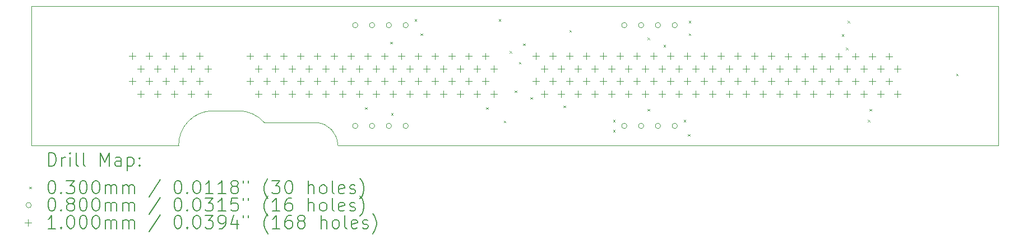
<source format=gbr>
%TF.GenerationSoftware,KiCad,Pcbnew,8.0.9*%
%TF.CreationDate,2025-05-08T22:04:55-05:00*%
%TF.ProjectId,SPD_Demon,5350445f-4465-46d6-9f6e-2e6b69636164,rev?*%
%TF.SameCoordinates,Original*%
%TF.FileFunction,Drillmap*%
%TF.FilePolarity,Positive*%
%FSLAX45Y45*%
G04 Gerber Fmt 4.5, Leading zero omitted, Abs format (unit mm)*
G04 Created by KiCad (PCBNEW 8.0.9) date 2025-05-08 22:04:55*
%MOMM*%
%LPD*%
G01*
G04 APERTURE LIST*
%ADD10C,0.050000*%
%ADD11C,0.200000*%
%ADD12C,0.100000*%
G04 APERTURE END LIST*
D10*
X4762500Y-4546600D02*
G75*
G02*
X5283200Y-4025900I520700J0D01*
G01*
X6847349Y-4203700D02*
G75*
G02*
X7165789Y-4546600I-25399J-342900D01*
G01*
X5283200Y-4025900D02*
X5664200Y-4025900D01*
X4762500Y-4546600D02*
X2540000Y-4546600D01*
X17145000Y-2438400D02*
X17145000Y-4546600D01*
X2540000Y-4546600D02*
X2540000Y-2438400D01*
X6056850Y-4203700D02*
X6847349Y-4203700D01*
X17145000Y-4546600D02*
X7165788Y-4546600D01*
X17145000Y-2438400D02*
X2540000Y-2438400D01*
X5664200Y-4025299D02*
G75*
G02*
X6056850Y-4203700I0J-521301D01*
G01*
D11*
D12*
X7579600Y-3972800D02*
X7609600Y-4002800D01*
X7609600Y-3972800D02*
X7579600Y-4002800D01*
X7960600Y-2982200D02*
X7990600Y-3012200D01*
X7990600Y-2982200D02*
X7960600Y-3012200D01*
X7973300Y-4061700D02*
X8003300Y-4091700D01*
X8003300Y-4061700D02*
X7973300Y-4091700D01*
X8328900Y-2639300D02*
X8358900Y-2669300D01*
X8358900Y-2639300D02*
X8328900Y-2669300D01*
X8417800Y-2855200D02*
X8447800Y-2885200D01*
X8447800Y-2855200D02*
X8417800Y-2885200D01*
X9408400Y-3972800D02*
X9438400Y-4002800D01*
X9438400Y-3972800D02*
X9408400Y-4002800D01*
X9598900Y-2639300D02*
X9628900Y-2669300D01*
X9628900Y-2639300D02*
X9598900Y-2669300D01*
X9675100Y-4176000D02*
X9705100Y-4206000D01*
X9705100Y-4176000D02*
X9675100Y-4206000D01*
X9764000Y-3121900D02*
X9794000Y-3151900D01*
X9794000Y-3121900D02*
X9764000Y-3151900D01*
X9840200Y-3718800D02*
X9870200Y-3748800D01*
X9870200Y-3718800D02*
X9840200Y-3748800D01*
X9903700Y-3287000D02*
X9933700Y-3317000D01*
X9933700Y-3287000D02*
X9903700Y-3317000D01*
X9967200Y-3007600D02*
X9997200Y-3037600D01*
X9997200Y-3007600D02*
X9967200Y-3037600D01*
X10078000Y-3820400D02*
X10108000Y-3850400D01*
X10108000Y-3820400D02*
X10078000Y-3850400D01*
X10576800Y-3947400D02*
X10606800Y-3977400D01*
X10606800Y-3947400D02*
X10576800Y-3977400D01*
X10665700Y-2804400D02*
X10695700Y-2834400D01*
X10695700Y-2804400D02*
X10665700Y-2834400D01*
X11326100Y-4163300D02*
X11356100Y-4193300D01*
X11356100Y-4163300D02*
X11326100Y-4193300D01*
X11326100Y-4315700D02*
X11356100Y-4345700D01*
X11356100Y-4315700D02*
X11326100Y-4345700D01*
X11846800Y-2918700D02*
X11876800Y-2948700D01*
X11876800Y-2918700D02*
X11846800Y-2948700D01*
X11846800Y-3998200D02*
X11876800Y-4028200D01*
X11876800Y-3998200D02*
X11846800Y-4028200D01*
X12088100Y-3030460D02*
X12118100Y-3060460D01*
X12118100Y-3030460D02*
X12088100Y-3060460D01*
X12392900Y-4163300D02*
X12422900Y-4193300D01*
X12422900Y-4163300D02*
X12392900Y-4193300D01*
X12456400Y-4379200D02*
X12486400Y-4409200D01*
X12486400Y-4379200D02*
X12456400Y-4409200D01*
X12469100Y-2664700D02*
X12499100Y-2694700D01*
X12499100Y-2664700D02*
X12469100Y-2694700D01*
X12469100Y-2855200D02*
X12499100Y-2885200D01*
X12499100Y-2855200D02*
X12469100Y-2885200D01*
X14780500Y-2867900D02*
X14810500Y-2897900D01*
X14810500Y-2867900D02*
X14780500Y-2897900D01*
X14844000Y-3071100D02*
X14874000Y-3101100D01*
X14874000Y-3071100D02*
X14844000Y-3101100D01*
X14869400Y-2664700D02*
X14899400Y-2694700D01*
X14899400Y-2664700D02*
X14869400Y-2694700D01*
X15174200Y-4163300D02*
X15204200Y-4193300D01*
X15204200Y-4163300D02*
X15174200Y-4193300D01*
X15199600Y-3998200D02*
X15229600Y-4028200D01*
X15229600Y-3998200D02*
X15199600Y-4028200D01*
X16507700Y-3464800D02*
X16537700Y-3494800D01*
X16537700Y-3464800D02*
X16507700Y-3494800D01*
X7469500Y-2730500D02*
G75*
G02*
X7389500Y-2730500I-40000J0D01*
G01*
X7389500Y-2730500D02*
G75*
G02*
X7469500Y-2730500I40000J0D01*
G01*
X7469500Y-4254500D02*
G75*
G02*
X7389500Y-4254500I-40000J0D01*
G01*
X7389500Y-4254500D02*
G75*
G02*
X7469500Y-4254500I40000J0D01*
G01*
X7723500Y-2730500D02*
G75*
G02*
X7643500Y-2730500I-40000J0D01*
G01*
X7643500Y-2730500D02*
G75*
G02*
X7723500Y-2730500I40000J0D01*
G01*
X7723500Y-4254500D02*
G75*
G02*
X7643500Y-4254500I-40000J0D01*
G01*
X7643500Y-4254500D02*
G75*
G02*
X7723500Y-4254500I40000J0D01*
G01*
X7977500Y-2730500D02*
G75*
G02*
X7897500Y-2730500I-40000J0D01*
G01*
X7897500Y-2730500D02*
G75*
G02*
X7977500Y-2730500I40000J0D01*
G01*
X7977500Y-4254500D02*
G75*
G02*
X7897500Y-4254500I-40000J0D01*
G01*
X7897500Y-4254500D02*
G75*
G02*
X7977500Y-4254500I40000J0D01*
G01*
X8231500Y-2730500D02*
G75*
G02*
X8151500Y-2730500I-40000J0D01*
G01*
X8151500Y-2730500D02*
G75*
G02*
X8231500Y-2730500I40000J0D01*
G01*
X8231500Y-4254500D02*
G75*
G02*
X8151500Y-4254500I-40000J0D01*
G01*
X8151500Y-4254500D02*
G75*
G02*
X8231500Y-4254500I40000J0D01*
G01*
X11533500Y-2730500D02*
G75*
G02*
X11453500Y-2730500I-40000J0D01*
G01*
X11453500Y-2730500D02*
G75*
G02*
X11533500Y-2730500I40000J0D01*
G01*
X11533500Y-4254500D02*
G75*
G02*
X11453500Y-4254500I-40000J0D01*
G01*
X11453500Y-4254500D02*
G75*
G02*
X11533500Y-4254500I40000J0D01*
G01*
X11787500Y-2730500D02*
G75*
G02*
X11707500Y-2730500I-40000J0D01*
G01*
X11707500Y-2730500D02*
G75*
G02*
X11787500Y-2730500I40000J0D01*
G01*
X11787500Y-4254500D02*
G75*
G02*
X11707500Y-4254500I-40000J0D01*
G01*
X11707500Y-4254500D02*
G75*
G02*
X11787500Y-4254500I40000J0D01*
G01*
X12041500Y-2730500D02*
G75*
G02*
X11961500Y-2730500I-40000J0D01*
G01*
X11961500Y-2730500D02*
G75*
G02*
X12041500Y-2730500I40000J0D01*
G01*
X12041500Y-4254500D02*
G75*
G02*
X11961500Y-4254500I-40000J0D01*
G01*
X11961500Y-4254500D02*
G75*
G02*
X12041500Y-4254500I40000J0D01*
G01*
X12295500Y-2730500D02*
G75*
G02*
X12215500Y-2730500I-40000J0D01*
G01*
X12215500Y-2730500D02*
G75*
G02*
X12295500Y-2730500I40000J0D01*
G01*
X12295500Y-4254500D02*
G75*
G02*
X12215500Y-4254500I-40000J0D01*
G01*
X12215500Y-4254500D02*
G75*
G02*
X12295500Y-4254500I40000J0D01*
G01*
X4064000Y-3149000D02*
X4064000Y-3249000D01*
X4014000Y-3199000D02*
X4114000Y-3199000D01*
X4064000Y-3530000D02*
X4064000Y-3630000D01*
X4014000Y-3580000D02*
X4114000Y-3580000D01*
X4191000Y-3339500D02*
X4191000Y-3439500D01*
X4141000Y-3389500D02*
X4241000Y-3389500D01*
X4191000Y-3719000D02*
X4191000Y-3819000D01*
X4141000Y-3769000D02*
X4241000Y-3769000D01*
X4318000Y-3149000D02*
X4318000Y-3249000D01*
X4268000Y-3199000D02*
X4368000Y-3199000D01*
X4318000Y-3529000D02*
X4318000Y-3629000D01*
X4268000Y-3579000D02*
X4368000Y-3579000D01*
X4445000Y-3339000D02*
X4445000Y-3439000D01*
X4395000Y-3389000D02*
X4495000Y-3389000D01*
X4445000Y-3719000D02*
X4445000Y-3819000D01*
X4395000Y-3769000D02*
X4495000Y-3769000D01*
X4572000Y-3149000D02*
X4572000Y-3249000D01*
X4522000Y-3199000D02*
X4622000Y-3199000D01*
X4572000Y-3529000D02*
X4572000Y-3629000D01*
X4522000Y-3579000D02*
X4622000Y-3579000D01*
X4699000Y-3339000D02*
X4699000Y-3439000D01*
X4649000Y-3389000D02*
X4749000Y-3389000D01*
X4699000Y-3719000D02*
X4699000Y-3819000D01*
X4649000Y-3769000D02*
X4749000Y-3769000D01*
X4826000Y-3149000D02*
X4826000Y-3249000D01*
X4776000Y-3199000D02*
X4876000Y-3199000D01*
X4826000Y-3529000D02*
X4826000Y-3629000D01*
X4776000Y-3579000D02*
X4876000Y-3579000D01*
X4953000Y-3339000D02*
X4953000Y-3439000D01*
X4903000Y-3389000D02*
X5003000Y-3389000D01*
X4953000Y-3719000D02*
X4953000Y-3819000D01*
X4903000Y-3769000D02*
X5003000Y-3769000D01*
X5080000Y-3149000D02*
X5080000Y-3249000D01*
X5030000Y-3199000D02*
X5130000Y-3199000D01*
X5080000Y-3529000D02*
X5080000Y-3629000D01*
X5030000Y-3579000D02*
X5130000Y-3579000D01*
X5207000Y-3339000D02*
X5207000Y-3439000D01*
X5157000Y-3389000D02*
X5257000Y-3389000D01*
X5207000Y-3719000D02*
X5207000Y-3819000D01*
X5157000Y-3769000D02*
X5257000Y-3769000D01*
X5842000Y-3150000D02*
X5842000Y-3250000D01*
X5792000Y-3200000D02*
X5892000Y-3200000D01*
X5842000Y-3530000D02*
X5842000Y-3630000D01*
X5792000Y-3580000D02*
X5892000Y-3580000D01*
X5969000Y-3340000D02*
X5969000Y-3440000D01*
X5919000Y-3390000D02*
X6019000Y-3390000D01*
X5969000Y-3720000D02*
X5969000Y-3820000D01*
X5919000Y-3770000D02*
X6019000Y-3770000D01*
X6096000Y-3150000D02*
X6096000Y-3250000D01*
X6046000Y-3200000D02*
X6146000Y-3200000D01*
X6096000Y-3530000D02*
X6096000Y-3630000D01*
X6046000Y-3580000D02*
X6146000Y-3580000D01*
X6223000Y-3340000D02*
X6223000Y-3440000D01*
X6173000Y-3390000D02*
X6273000Y-3390000D01*
X6223000Y-3720000D02*
X6223000Y-3820000D01*
X6173000Y-3770000D02*
X6273000Y-3770000D01*
X6350000Y-3150000D02*
X6350000Y-3250000D01*
X6300000Y-3200000D02*
X6400000Y-3200000D01*
X6350000Y-3530000D02*
X6350000Y-3630000D01*
X6300000Y-3580000D02*
X6400000Y-3580000D01*
X6477000Y-3340000D02*
X6477000Y-3440000D01*
X6427000Y-3390000D02*
X6527000Y-3390000D01*
X6477000Y-3720000D02*
X6477000Y-3820000D01*
X6427000Y-3770000D02*
X6527000Y-3770000D01*
X6604000Y-3150000D02*
X6604000Y-3250000D01*
X6554000Y-3200000D02*
X6654000Y-3200000D01*
X6604000Y-3530000D02*
X6604000Y-3630000D01*
X6554000Y-3580000D02*
X6654000Y-3580000D01*
X6731000Y-3340000D02*
X6731000Y-3440000D01*
X6681000Y-3390000D02*
X6781000Y-3390000D01*
X6731000Y-3720000D02*
X6731000Y-3820000D01*
X6681000Y-3770000D02*
X6781000Y-3770000D01*
X6858000Y-3150000D02*
X6858000Y-3250000D01*
X6808000Y-3200000D02*
X6908000Y-3200000D01*
X6858000Y-3530000D02*
X6858000Y-3630000D01*
X6808000Y-3580000D02*
X6908000Y-3580000D01*
X6985000Y-3340000D02*
X6985000Y-3440000D01*
X6935000Y-3390000D02*
X7035000Y-3390000D01*
X6985000Y-3720000D02*
X6985000Y-3820000D01*
X6935000Y-3770000D02*
X7035000Y-3770000D01*
X7112000Y-3150000D02*
X7112000Y-3250000D01*
X7062000Y-3200000D02*
X7162000Y-3200000D01*
X7112000Y-3530000D02*
X7112000Y-3630000D01*
X7062000Y-3580000D02*
X7162000Y-3580000D01*
X7239000Y-3340000D02*
X7239000Y-3440000D01*
X7189000Y-3390000D02*
X7289000Y-3390000D01*
X7239000Y-3720000D02*
X7239000Y-3820000D01*
X7189000Y-3770000D02*
X7289000Y-3770000D01*
X7366000Y-3150000D02*
X7366000Y-3250000D01*
X7316000Y-3200000D02*
X7416000Y-3200000D01*
X7366000Y-3530000D02*
X7366000Y-3630000D01*
X7316000Y-3580000D02*
X7416000Y-3580000D01*
X7493000Y-3340000D02*
X7493000Y-3440000D01*
X7443000Y-3390000D02*
X7543000Y-3390000D01*
X7493000Y-3720000D02*
X7493000Y-3820000D01*
X7443000Y-3770000D02*
X7543000Y-3770000D01*
X7620000Y-3150000D02*
X7620000Y-3250000D01*
X7570000Y-3200000D02*
X7670000Y-3200000D01*
X7620000Y-3530000D02*
X7620000Y-3630000D01*
X7570000Y-3580000D02*
X7670000Y-3580000D01*
X7747000Y-3340000D02*
X7747000Y-3440000D01*
X7697000Y-3390000D02*
X7797000Y-3390000D01*
X7747000Y-3720000D02*
X7747000Y-3820000D01*
X7697000Y-3770000D02*
X7797000Y-3770000D01*
X7874000Y-3150000D02*
X7874000Y-3250000D01*
X7824000Y-3200000D02*
X7924000Y-3200000D01*
X7874000Y-3530000D02*
X7874000Y-3630000D01*
X7824000Y-3580000D02*
X7924000Y-3580000D01*
X8001000Y-3340000D02*
X8001000Y-3440000D01*
X7951000Y-3390000D02*
X8051000Y-3390000D01*
X8001000Y-3720000D02*
X8001000Y-3820000D01*
X7951000Y-3770000D02*
X8051000Y-3770000D01*
X8128000Y-3150000D02*
X8128000Y-3250000D01*
X8078000Y-3200000D02*
X8178000Y-3200000D01*
X8128000Y-3530000D02*
X8128000Y-3630000D01*
X8078000Y-3580000D02*
X8178000Y-3580000D01*
X8255000Y-3340000D02*
X8255000Y-3440000D01*
X8205000Y-3390000D02*
X8305000Y-3390000D01*
X8255000Y-3720000D02*
X8255000Y-3820000D01*
X8205000Y-3770000D02*
X8305000Y-3770000D01*
X8382000Y-3150000D02*
X8382000Y-3250000D01*
X8332000Y-3200000D02*
X8432000Y-3200000D01*
X8382000Y-3530000D02*
X8382000Y-3630000D01*
X8332000Y-3580000D02*
X8432000Y-3580000D01*
X8509000Y-3340000D02*
X8509000Y-3440000D01*
X8459000Y-3390000D02*
X8559000Y-3390000D01*
X8509000Y-3720000D02*
X8509000Y-3820000D01*
X8459000Y-3770000D02*
X8559000Y-3770000D01*
X8636000Y-3150000D02*
X8636000Y-3250000D01*
X8586000Y-3200000D02*
X8686000Y-3200000D01*
X8636000Y-3530000D02*
X8636000Y-3630000D01*
X8586000Y-3580000D02*
X8686000Y-3580000D01*
X8763000Y-3340000D02*
X8763000Y-3440000D01*
X8713000Y-3390000D02*
X8813000Y-3390000D01*
X8763000Y-3720000D02*
X8763000Y-3820000D01*
X8713000Y-3770000D02*
X8813000Y-3770000D01*
X8890000Y-3150000D02*
X8890000Y-3250000D01*
X8840000Y-3200000D02*
X8940000Y-3200000D01*
X8890000Y-3530000D02*
X8890000Y-3630000D01*
X8840000Y-3580000D02*
X8940000Y-3580000D01*
X9017000Y-3340000D02*
X9017000Y-3440000D01*
X8967000Y-3390000D02*
X9067000Y-3390000D01*
X9017000Y-3720000D02*
X9017000Y-3820000D01*
X8967000Y-3770000D02*
X9067000Y-3770000D01*
X9144000Y-3150000D02*
X9144000Y-3250000D01*
X9094000Y-3200000D02*
X9194000Y-3200000D01*
X9144000Y-3530000D02*
X9144000Y-3630000D01*
X9094000Y-3580000D02*
X9194000Y-3580000D01*
X9271000Y-3340000D02*
X9271000Y-3440000D01*
X9221000Y-3390000D02*
X9321000Y-3390000D01*
X9271000Y-3720000D02*
X9271000Y-3820000D01*
X9221000Y-3770000D02*
X9321000Y-3770000D01*
X9398000Y-3150000D02*
X9398000Y-3250000D01*
X9348000Y-3200000D02*
X9448000Y-3200000D01*
X9398000Y-3530000D02*
X9398000Y-3630000D01*
X9348000Y-3580000D02*
X9448000Y-3580000D01*
X9525000Y-3340000D02*
X9525000Y-3440000D01*
X9475000Y-3390000D02*
X9575000Y-3390000D01*
X9525000Y-3720000D02*
X9525000Y-3820000D01*
X9475000Y-3770000D02*
X9575000Y-3770000D01*
X10160000Y-3149000D02*
X10160000Y-3249000D01*
X10110000Y-3199000D02*
X10210000Y-3199000D01*
X10160000Y-3529000D02*
X10160000Y-3629000D01*
X10110000Y-3579000D02*
X10210000Y-3579000D01*
X10287000Y-3339000D02*
X10287000Y-3439000D01*
X10237000Y-3389000D02*
X10337000Y-3389000D01*
X10287000Y-3719000D02*
X10287000Y-3819000D01*
X10237000Y-3769000D02*
X10337000Y-3769000D01*
X10414000Y-3149000D02*
X10414000Y-3249000D01*
X10364000Y-3199000D02*
X10464000Y-3199000D01*
X10414000Y-3529000D02*
X10414000Y-3629000D01*
X10364000Y-3579000D02*
X10464000Y-3579000D01*
X10541000Y-3339000D02*
X10541000Y-3439000D01*
X10491000Y-3389000D02*
X10591000Y-3389000D01*
X10541000Y-3719000D02*
X10541000Y-3819000D01*
X10491000Y-3769000D02*
X10591000Y-3769000D01*
X10668000Y-3149000D02*
X10668000Y-3249000D01*
X10618000Y-3199000D02*
X10718000Y-3199000D01*
X10668000Y-3529000D02*
X10668000Y-3629000D01*
X10618000Y-3579000D02*
X10718000Y-3579000D01*
X10795000Y-3339000D02*
X10795000Y-3439000D01*
X10745000Y-3389000D02*
X10845000Y-3389000D01*
X10795000Y-3719000D02*
X10795000Y-3819000D01*
X10745000Y-3769000D02*
X10845000Y-3769000D01*
X10922000Y-3149000D02*
X10922000Y-3249000D01*
X10872000Y-3199000D02*
X10972000Y-3199000D01*
X10922000Y-3529000D02*
X10922000Y-3629000D01*
X10872000Y-3579000D02*
X10972000Y-3579000D01*
X11049000Y-3339000D02*
X11049000Y-3439000D01*
X10999000Y-3389000D02*
X11099000Y-3389000D01*
X11049000Y-3719000D02*
X11049000Y-3819000D01*
X10999000Y-3769000D02*
X11099000Y-3769000D01*
X11176000Y-3149000D02*
X11176000Y-3249000D01*
X11126000Y-3199000D02*
X11226000Y-3199000D01*
X11176000Y-3529000D02*
X11176000Y-3629000D01*
X11126000Y-3579000D02*
X11226000Y-3579000D01*
X11303000Y-3339000D02*
X11303000Y-3439000D01*
X11253000Y-3389000D02*
X11353000Y-3389000D01*
X11303000Y-3719000D02*
X11303000Y-3819000D01*
X11253000Y-3769000D02*
X11353000Y-3769000D01*
X11430000Y-3149000D02*
X11430000Y-3249000D01*
X11380000Y-3199000D02*
X11480000Y-3199000D01*
X11430000Y-3529000D02*
X11430000Y-3629000D01*
X11380000Y-3579000D02*
X11480000Y-3579000D01*
X11557000Y-3339000D02*
X11557000Y-3439000D01*
X11507000Y-3389000D02*
X11607000Y-3389000D01*
X11557000Y-3719000D02*
X11557000Y-3819000D01*
X11507000Y-3769000D02*
X11607000Y-3769000D01*
X11684000Y-3149000D02*
X11684000Y-3249000D01*
X11634000Y-3199000D02*
X11734000Y-3199000D01*
X11684000Y-3529000D02*
X11684000Y-3629000D01*
X11634000Y-3579000D02*
X11734000Y-3579000D01*
X11811000Y-3339000D02*
X11811000Y-3439000D01*
X11761000Y-3389000D02*
X11861000Y-3389000D01*
X11811000Y-3719000D02*
X11811000Y-3819000D01*
X11761000Y-3769000D02*
X11861000Y-3769000D01*
X11938000Y-3149000D02*
X11938000Y-3249000D01*
X11888000Y-3199000D02*
X11988000Y-3199000D01*
X11938000Y-3529000D02*
X11938000Y-3629000D01*
X11888000Y-3579000D02*
X11988000Y-3579000D01*
X12065000Y-3339000D02*
X12065000Y-3439000D01*
X12015000Y-3389000D02*
X12115000Y-3389000D01*
X12065000Y-3719000D02*
X12065000Y-3819000D01*
X12015000Y-3769000D02*
X12115000Y-3769000D01*
X12192000Y-3149000D02*
X12192000Y-3249000D01*
X12142000Y-3199000D02*
X12242000Y-3199000D01*
X12192000Y-3529000D02*
X12192000Y-3629000D01*
X12142000Y-3579000D02*
X12242000Y-3579000D01*
X12319000Y-3339000D02*
X12319000Y-3439000D01*
X12269000Y-3389000D02*
X12369000Y-3389000D01*
X12319000Y-3719000D02*
X12319000Y-3819000D01*
X12269000Y-3769000D02*
X12369000Y-3769000D01*
X12446000Y-3149000D02*
X12446000Y-3249000D01*
X12396000Y-3199000D02*
X12496000Y-3199000D01*
X12446000Y-3529000D02*
X12446000Y-3629000D01*
X12396000Y-3579000D02*
X12496000Y-3579000D01*
X12573000Y-3339000D02*
X12573000Y-3439000D01*
X12523000Y-3389000D02*
X12623000Y-3389000D01*
X12573000Y-3719000D02*
X12573000Y-3819000D01*
X12523000Y-3769000D02*
X12623000Y-3769000D01*
X12700000Y-3149000D02*
X12700000Y-3249000D01*
X12650000Y-3199000D02*
X12750000Y-3199000D01*
X12700000Y-3529000D02*
X12700000Y-3629000D01*
X12650000Y-3579000D02*
X12750000Y-3579000D01*
X12827000Y-3339000D02*
X12827000Y-3439000D01*
X12777000Y-3389000D02*
X12877000Y-3389000D01*
X12827000Y-3719000D02*
X12827000Y-3819000D01*
X12777000Y-3769000D02*
X12877000Y-3769000D01*
X12954000Y-3149000D02*
X12954000Y-3249000D01*
X12904000Y-3199000D02*
X13004000Y-3199000D01*
X12954000Y-3529000D02*
X12954000Y-3629000D01*
X12904000Y-3579000D02*
X13004000Y-3579000D01*
X13081000Y-3339000D02*
X13081000Y-3439000D01*
X13031000Y-3389000D02*
X13131000Y-3389000D01*
X13081000Y-3719000D02*
X13081000Y-3819000D01*
X13031000Y-3769000D02*
X13131000Y-3769000D01*
X13208000Y-3149000D02*
X13208000Y-3249000D01*
X13158000Y-3199000D02*
X13258000Y-3199000D01*
X13208000Y-3529000D02*
X13208000Y-3629000D01*
X13158000Y-3579000D02*
X13258000Y-3579000D01*
X13335000Y-3339000D02*
X13335000Y-3439000D01*
X13285000Y-3389000D02*
X13385000Y-3389000D01*
X13335000Y-3719000D02*
X13335000Y-3819000D01*
X13285000Y-3769000D02*
X13385000Y-3769000D01*
X13462000Y-3149000D02*
X13462000Y-3249000D01*
X13412000Y-3199000D02*
X13512000Y-3199000D01*
X13462000Y-3529000D02*
X13462000Y-3629000D01*
X13412000Y-3579000D02*
X13512000Y-3579000D01*
X13589000Y-3339000D02*
X13589000Y-3439000D01*
X13539000Y-3389000D02*
X13639000Y-3389000D01*
X13589000Y-3719000D02*
X13589000Y-3819000D01*
X13539000Y-3769000D02*
X13639000Y-3769000D01*
X13716000Y-3149000D02*
X13716000Y-3249000D01*
X13666000Y-3199000D02*
X13766000Y-3199000D01*
X13716000Y-3529000D02*
X13716000Y-3629000D01*
X13666000Y-3579000D02*
X13766000Y-3579000D01*
X13843000Y-3339000D02*
X13843000Y-3439000D01*
X13793000Y-3389000D02*
X13893000Y-3389000D01*
X13843000Y-3719000D02*
X13843000Y-3819000D01*
X13793000Y-3769000D02*
X13893000Y-3769000D01*
X13970000Y-3150500D02*
X13970000Y-3250500D01*
X13920000Y-3200500D02*
X14020000Y-3200500D01*
X13970000Y-3530500D02*
X13970000Y-3630500D01*
X13920000Y-3580500D02*
X14020000Y-3580500D01*
X14097000Y-3340500D02*
X14097000Y-3440500D01*
X14047000Y-3390500D02*
X14147000Y-3390500D01*
X14097000Y-3720500D02*
X14097000Y-3820500D01*
X14047000Y-3770500D02*
X14147000Y-3770500D01*
X14224000Y-3150500D02*
X14224000Y-3250500D01*
X14174000Y-3200500D02*
X14274000Y-3200500D01*
X14224000Y-3530500D02*
X14224000Y-3630500D01*
X14174000Y-3580500D02*
X14274000Y-3580500D01*
X14351000Y-3340500D02*
X14351000Y-3440500D01*
X14301000Y-3390500D02*
X14401000Y-3390500D01*
X14351000Y-3720500D02*
X14351000Y-3820500D01*
X14301000Y-3770500D02*
X14401000Y-3770500D01*
X14478000Y-3150500D02*
X14478000Y-3250500D01*
X14428000Y-3200500D02*
X14528000Y-3200500D01*
X14478000Y-3530500D02*
X14478000Y-3630500D01*
X14428000Y-3580500D02*
X14528000Y-3580500D01*
X14605000Y-3340500D02*
X14605000Y-3440500D01*
X14555000Y-3390500D02*
X14655000Y-3390500D01*
X14605000Y-3720500D02*
X14605000Y-3820500D01*
X14555000Y-3770500D02*
X14655000Y-3770500D01*
X14732000Y-3150500D02*
X14732000Y-3250500D01*
X14682000Y-3200500D02*
X14782000Y-3200500D01*
X14732000Y-3530500D02*
X14732000Y-3630500D01*
X14682000Y-3580500D02*
X14782000Y-3580500D01*
X14859000Y-3340500D02*
X14859000Y-3440500D01*
X14809000Y-3390500D02*
X14909000Y-3390500D01*
X14859000Y-3720500D02*
X14859000Y-3820500D01*
X14809000Y-3770500D02*
X14909000Y-3770500D01*
X14986000Y-3150500D02*
X14986000Y-3250500D01*
X14936000Y-3200500D02*
X15036000Y-3200500D01*
X14986000Y-3530500D02*
X14986000Y-3630500D01*
X14936000Y-3580500D02*
X15036000Y-3580500D01*
X15113000Y-3340500D02*
X15113000Y-3440500D01*
X15063000Y-3390500D02*
X15163000Y-3390500D01*
X15113000Y-3720500D02*
X15113000Y-3820500D01*
X15063000Y-3770500D02*
X15163000Y-3770500D01*
X15240000Y-3150500D02*
X15240000Y-3250500D01*
X15190000Y-3200500D02*
X15290000Y-3200500D01*
X15240000Y-3530500D02*
X15240000Y-3630500D01*
X15190000Y-3580500D02*
X15290000Y-3580500D01*
X15367000Y-3340500D02*
X15367000Y-3440500D01*
X15317000Y-3390500D02*
X15417000Y-3390500D01*
X15367000Y-3720500D02*
X15367000Y-3820500D01*
X15317000Y-3770500D02*
X15417000Y-3770500D01*
X15494000Y-3150500D02*
X15494000Y-3250500D01*
X15444000Y-3200500D02*
X15544000Y-3200500D01*
X15494000Y-3530500D02*
X15494000Y-3630500D01*
X15444000Y-3580500D02*
X15544000Y-3580500D01*
X15621000Y-3340500D02*
X15621000Y-3440500D01*
X15571000Y-3390500D02*
X15671000Y-3390500D01*
X15621000Y-3720500D02*
X15621000Y-3820500D01*
X15571000Y-3770500D02*
X15671000Y-3770500D01*
D11*
X2798277Y-4860584D02*
X2798277Y-4660584D01*
X2798277Y-4660584D02*
X2845896Y-4660584D01*
X2845896Y-4660584D02*
X2874467Y-4670108D01*
X2874467Y-4670108D02*
X2893515Y-4689155D01*
X2893515Y-4689155D02*
X2903039Y-4708203D01*
X2903039Y-4708203D02*
X2912562Y-4746298D01*
X2912562Y-4746298D02*
X2912562Y-4774870D01*
X2912562Y-4774870D02*
X2903039Y-4812965D01*
X2903039Y-4812965D02*
X2893515Y-4832012D01*
X2893515Y-4832012D02*
X2874467Y-4851060D01*
X2874467Y-4851060D02*
X2845896Y-4860584D01*
X2845896Y-4860584D02*
X2798277Y-4860584D01*
X2998277Y-4860584D02*
X2998277Y-4727250D01*
X2998277Y-4765346D02*
X3007801Y-4746298D01*
X3007801Y-4746298D02*
X3017324Y-4736774D01*
X3017324Y-4736774D02*
X3036372Y-4727250D01*
X3036372Y-4727250D02*
X3055420Y-4727250D01*
X3122086Y-4860584D02*
X3122086Y-4727250D01*
X3122086Y-4660584D02*
X3112562Y-4670108D01*
X3112562Y-4670108D02*
X3122086Y-4679631D01*
X3122086Y-4679631D02*
X3131610Y-4670108D01*
X3131610Y-4670108D02*
X3122086Y-4660584D01*
X3122086Y-4660584D02*
X3122086Y-4679631D01*
X3245896Y-4860584D02*
X3226848Y-4851060D01*
X3226848Y-4851060D02*
X3217324Y-4832012D01*
X3217324Y-4832012D02*
X3217324Y-4660584D01*
X3350658Y-4860584D02*
X3331610Y-4851060D01*
X3331610Y-4851060D02*
X3322086Y-4832012D01*
X3322086Y-4832012D02*
X3322086Y-4660584D01*
X3579229Y-4860584D02*
X3579229Y-4660584D01*
X3579229Y-4660584D02*
X3645896Y-4803441D01*
X3645896Y-4803441D02*
X3712562Y-4660584D01*
X3712562Y-4660584D02*
X3712562Y-4860584D01*
X3893515Y-4860584D02*
X3893515Y-4755822D01*
X3893515Y-4755822D02*
X3883991Y-4736774D01*
X3883991Y-4736774D02*
X3864943Y-4727250D01*
X3864943Y-4727250D02*
X3826848Y-4727250D01*
X3826848Y-4727250D02*
X3807801Y-4736774D01*
X3893515Y-4851060D02*
X3874467Y-4860584D01*
X3874467Y-4860584D02*
X3826848Y-4860584D01*
X3826848Y-4860584D02*
X3807801Y-4851060D01*
X3807801Y-4851060D02*
X3798277Y-4832012D01*
X3798277Y-4832012D02*
X3798277Y-4812965D01*
X3798277Y-4812965D02*
X3807801Y-4793917D01*
X3807801Y-4793917D02*
X3826848Y-4784393D01*
X3826848Y-4784393D02*
X3874467Y-4784393D01*
X3874467Y-4784393D02*
X3893515Y-4774870D01*
X3988753Y-4727250D02*
X3988753Y-4927250D01*
X3988753Y-4736774D02*
X4007801Y-4727250D01*
X4007801Y-4727250D02*
X4045896Y-4727250D01*
X4045896Y-4727250D02*
X4064943Y-4736774D01*
X4064943Y-4736774D02*
X4074467Y-4746298D01*
X4074467Y-4746298D02*
X4083991Y-4765346D01*
X4083991Y-4765346D02*
X4083991Y-4822489D01*
X4083991Y-4822489D02*
X4074467Y-4841536D01*
X4074467Y-4841536D02*
X4064943Y-4851060D01*
X4064943Y-4851060D02*
X4045896Y-4860584D01*
X4045896Y-4860584D02*
X4007801Y-4860584D01*
X4007801Y-4860584D02*
X3988753Y-4851060D01*
X4169705Y-4841536D02*
X4179229Y-4851060D01*
X4179229Y-4851060D02*
X4169705Y-4860584D01*
X4169705Y-4860584D02*
X4160182Y-4851060D01*
X4160182Y-4851060D02*
X4169705Y-4841536D01*
X4169705Y-4841536D02*
X4169705Y-4860584D01*
X4169705Y-4736774D02*
X4179229Y-4746298D01*
X4179229Y-4746298D02*
X4169705Y-4755822D01*
X4169705Y-4755822D02*
X4160182Y-4746298D01*
X4160182Y-4746298D02*
X4169705Y-4736774D01*
X4169705Y-4736774D02*
X4169705Y-4755822D01*
D12*
X2507500Y-5174100D02*
X2537500Y-5204100D01*
X2537500Y-5174100D02*
X2507500Y-5204100D01*
D11*
X2836372Y-5080584D02*
X2855420Y-5080584D01*
X2855420Y-5080584D02*
X2874467Y-5090108D01*
X2874467Y-5090108D02*
X2883991Y-5099631D01*
X2883991Y-5099631D02*
X2893515Y-5118679D01*
X2893515Y-5118679D02*
X2903039Y-5156774D01*
X2903039Y-5156774D02*
X2903039Y-5204393D01*
X2903039Y-5204393D02*
X2893515Y-5242489D01*
X2893515Y-5242489D02*
X2883991Y-5261536D01*
X2883991Y-5261536D02*
X2874467Y-5271060D01*
X2874467Y-5271060D02*
X2855420Y-5280584D01*
X2855420Y-5280584D02*
X2836372Y-5280584D01*
X2836372Y-5280584D02*
X2817324Y-5271060D01*
X2817324Y-5271060D02*
X2807801Y-5261536D01*
X2807801Y-5261536D02*
X2798277Y-5242489D01*
X2798277Y-5242489D02*
X2788753Y-5204393D01*
X2788753Y-5204393D02*
X2788753Y-5156774D01*
X2788753Y-5156774D02*
X2798277Y-5118679D01*
X2798277Y-5118679D02*
X2807801Y-5099631D01*
X2807801Y-5099631D02*
X2817324Y-5090108D01*
X2817324Y-5090108D02*
X2836372Y-5080584D01*
X2988753Y-5261536D02*
X2998277Y-5271060D01*
X2998277Y-5271060D02*
X2988753Y-5280584D01*
X2988753Y-5280584D02*
X2979229Y-5271060D01*
X2979229Y-5271060D02*
X2988753Y-5261536D01*
X2988753Y-5261536D02*
X2988753Y-5280584D01*
X3064943Y-5080584D02*
X3188753Y-5080584D01*
X3188753Y-5080584D02*
X3122086Y-5156774D01*
X3122086Y-5156774D02*
X3150658Y-5156774D01*
X3150658Y-5156774D02*
X3169705Y-5166298D01*
X3169705Y-5166298D02*
X3179229Y-5175822D01*
X3179229Y-5175822D02*
X3188753Y-5194870D01*
X3188753Y-5194870D02*
X3188753Y-5242489D01*
X3188753Y-5242489D02*
X3179229Y-5261536D01*
X3179229Y-5261536D02*
X3169705Y-5271060D01*
X3169705Y-5271060D02*
X3150658Y-5280584D01*
X3150658Y-5280584D02*
X3093515Y-5280584D01*
X3093515Y-5280584D02*
X3074467Y-5271060D01*
X3074467Y-5271060D02*
X3064943Y-5261536D01*
X3312562Y-5080584D02*
X3331610Y-5080584D01*
X3331610Y-5080584D02*
X3350658Y-5090108D01*
X3350658Y-5090108D02*
X3360182Y-5099631D01*
X3360182Y-5099631D02*
X3369705Y-5118679D01*
X3369705Y-5118679D02*
X3379229Y-5156774D01*
X3379229Y-5156774D02*
X3379229Y-5204393D01*
X3379229Y-5204393D02*
X3369705Y-5242489D01*
X3369705Y-5242489D02*
X3360182Y-5261536D01*
X3360182Y-5261536D02*
X3350658Y-5271060D01*
X3350658Y-5271060D02*
X3331610Y-5280584D01*
X3331610Y-5280584D02*
X3312562Y-5280584D01*
X3312562Y-5280584D02*
X3293515Y-5271060D01*
X3293515Y-5271060D02*
X3283991Y-5261536D01*
X3283991Y-5261536D02*
X3274467Y-5242489D01*
X3274467Y-5242489D02*
X3264943Y-5204393D01*
X3264943Y-5204393D02*
X3264943Y-5156774D01*
X3264943Y-5156774D02*
X3274467Y-5118679D01*
X3274467Y-5118679D02*
X3283991Y-5099631D01*
X3283991Y-5099631D02*
X3293515Y-5090108D01*
X3293515Y-5090108D02*
X3312562Y-5080584D01*
X3503039Y-5080584D02*
X3522086Y-5080584D01*
X3522086Y-5080584D02*
X3541134Y-5090108D01*
X3541134Y-5090108D02*
X3550658Y-5099631D01*
X3550658Y-5099631D02*
X3560182Y-5118679D01*
X3560182Y-5118679D02*
X3569705Y-5156774D01*
X3569705Y-5156774D02*
X3569705Y-5204393D01*
X3569705Y-5204393D02*
X3560182Y-5242489D01*
X3560182Y-5242489D02*
X3550658Y-5261536D01*
X3550658Y-5261536D02*
X3541134Y-5271060D01*
X3541134Y-5271060D02*
X3522086Y-5280584D01*
X3522086Y-5280584D02*
X3503039Y-5280584D01*
X3503039Y-5280584D02*
X3483991Y-5271060D01*
X3483991Y-5271060D02*
X3474467Y-5261536D01*
X3474467Y-5261536D02*
X3464943Y-5242489D01*
X3464943Y-5242489D02*
X3455420Y-5204393D01*
X3455420Y-5204393D02*
X3455420Y-5156774D01*
X3455420Y-5156774D02*
X3464943Y-5118679D01*
X3464943Y-5118679D02*
X3474467Y-5099631D01*
X3474467Y-5099631D02*
X3483991Y-5090108D01*
X3483991Y-5090108D02*
X3503039Y-5080584D01*
X3655420Y-5280584D02*
X3655420Y-5147250D01*
X3655420Y-5166298D02*
X3664943Y-5156774D01*
X3664943Y-5156774D02*
X3683991Y-5147250D01*
X3683991Y-5147250D02*
X3712563Y-5147250D01*
X3712563Y-5147250D02*
X3731610Y-5156774D01*
X3731610Y-5156774D02*
X3741134Y-5175822D01*
X3741134Y-5175822D02*
X3741134Y-5280584D01*
X3741134Y-5175822D02*
X3750658Y-5156774D01*
X3750658Y-5156774D02*
X3769705Y-5147250D01*
X3769705Y-5147250D02*
X3798277Y-5147250D01*
X3798277Y-5147250D02*
X3817324Y-5156774D01*
X3817324Y-5156774D02*
X3826848Y-5175822D01*
X3826848Y-5175822D02*
X3826848Y-5280584D01*
X3922086Y-5280584D02*
X3922086Y-5147250D01*
X3922086Y-5166298D02*
X3931610Y-5156774D01*
X3931610Y-5156774D02*
X3950658Y-5147250D01*
X3950658Y-5147250D02*
X3979229Y-5147250D01*
X3979229Y-5147250D02*
X3998277Y-5156774D01*
X3998277Y-5156774D02*
X4007801Y-5175822D01*
X4007801Y-5175822D02*
X4007801Y-5280584D01*
X4007801Y-5175822D02*
X4017324Y-5156774D01*
X4017324Y-5156774D02*
X4036372Y-5147250D01*
X4036372Y-5147250D02*
X4064943Y-5147250D01*
X4064943Y-5147250D02*
X4083991Y-5156774D01*
X4083991Y-5156774D02*
X4093515Y-5175822D01*
X4093515Y-5175822D02*
X4093515Y-5280584D01*
X4483991Y-5071060D02*
X4312563Y-5328203D01*
X4741134Y-5080584D02*
X4760182Y-5080584D01*
X4760182Y-5080584D02*
X4779229Y-5090108D01*
X4779229Y-5090108D02*
X4788753Y-5099631D01*
X4788753Y-5099631D02*
X4798277Y-5118679D01*
X4798277Y-5118679D02*
X4807801Y-5156774D01*
X4807801Y-5156774D02*
X4807801Y-5204393D01*
X4807801Y-5204393D02*
X4798277Y-5242489D01*
X4798277Y-5242489D02*
X4788753Y-5261536D01*
X4788753Y-5261536D02*
X4779229Y-5271060D01*
X4779229Y-5271060D02*
X4760182Y-5280584D01*
X4760182Y-5280584D02*
X4741134Y-5280584D01*
X4741134Y-5280584D02*
X4722087Y-5271060D01*
X4722087Y-5271060D02*
X4712563Y-5261536D01*
X4712563Y-5261536D02*
X4703039Y-5242489D01*
X4703039Y-5242489D02*
X4693515Y-5204393D01*
X4693515Y-5204393D02*
X4693515Y-5156774D01*
X4693515Y-5156774D02*
X4703039Y-5118679D01*
X4703039Y-5118679D02*
X4712563Y-5099631D01*
X4712563Y-5099631D02*
X4722087Y-5090108D01*
X4722087Y-5090108D02*
X4741134Y-5080584D01*
X4893515Y-5261536D02*
X4903039Y-5271060D01*
X4903039Y-5271060D02*
X4893515Y-5280584D01*
X4893515Y-5280584D02*
X4883991Y-5271060D01*
X4883991Y-5271060D02*
X4893515Y-5261536D01*
X4893515Y-5261536D02*
X4893515Y-5280584D01*
X5026848Y-5080584D02*
X5045896Y-5080584D01*
X5045896Y-5080584D02*
X5064944Y-5090108D01*
X5064944Y-5090108D02*
X5074468Y-5099631D01*
X5074468Y-5099631D02*
X5083991Y-5118679D01*
X5083991Y-5118679D02*
X5093515Y-5156774D01*
X5093515Y-5156774D02*
X5093515Y-5204393D01*
X5093515Y-5204393D02*
X5083991Y-5242489D01*
X5083991Y-5242489D02*
X5074468Y-5261536D01*
X5074468Y-5261536D02*
X5064944Y-5271060D01*
X5064944Y-5271060D02*
X5045896Y-5280584D01*
X5045896Y-5280584D02*
X5026848Y-5280584D01*
X5026848Y-5280584D02*
X5007801Y-5271060D01*
X5007801Y-5271060D02*
X4998277Y-5261536D01*
X4998277Y-5261536D02*
X4988753Y-5242489D01*
X4988753Y-5242489D02*
X4979229Y-5204393D01*
X4979229Y-5204393D02*
X4979229Y-5156774D01*
X4979229Y-5156774D02*
X4988753Y-5118679D01*
X4988753Y-5118679D02*
X4998277Y-5099631D01*
X4998277Y-5099631D02*
X5007801Y-5090108D01*
X5007801Y-5090108D02*
X5026848Y-5080584D01*
X5283991Y-5280584D02*
X5169706Y-5280584D01*
X5226848Y-5280584D02*
X5226848Y-5080584D01*
X5226848Y-5080584D02*
X5207801Y-5109155D01*
X5207801Y-5109155D02*
X5188753Y-5128203D01*
X5188753Y-5128203D02*
X5169706Y-5137727D01*
X5474468Y-5280584D02*
X5360182Y-5280584D01*
X5417325Y-5280584D02*
X5417325Y-5080584D01*
X5417325Y-5080584D02*
X5398277Y-5109155D01*
X5398277Y-5109155D02*
X5379229Y-5128203D01*
X5379229Y-5128203D02*
X5360182Y-5137727D01*
X5588753Y-5166298D02*
X5569706Y-5156774D01*
X5569706Y-5156774D02*
X5560182Y-5147250D01*
X5560182Y-5147250D02*
X5550658Y-5128203D01*
X5550658Y-5128203D02*
X5550658Y-5118679D01*
X5550658Y-5118679D02*
X5560182Y-5099631D01*
X5560182Y-5099631D02*
X5569706Y-5090108D01*
X5569706Y-5090108D02*
X5588753Y-5080584D01*
X5588753Y-5080584D02*
X5626848Y-5080584D01*
X5626848Y-5080584D02*
X5645896Y-5090108D01*
X5645896Y-5090108D02*
X5655420Y-5099631D01*
X5655420Y-5099631D02*
X5664944Y-5118679D01*
X5664944Y-5118679D02*
X5664944Y-5128203D01*
X5664944Y-5128203D02*
X5655420Y-5147250D01*
X5655420Y-5147250D02*
X5645896Y-5156774D01*
X5645896Y-5156774D02*
X5626848Y-5166298D01*
X5626848Y-5166298D02*
X5588753Y-5166298D01*
X5588753Y-5166298D02*
X5569706Y-5175822D01*
X5569706Y-5175822D02*
X5560182Y-5185346D01*
X5560182Y-5185346D02*
X5550658Y-5204393D01*
X5550658Y-5204393D02*
X5550658Y-5242489D01*
X5550658Y-5242489D02*
X5560182Y-5261536D01*
X5560182Y-5261536D02*
X5569706Y-5271060D01*
X5569706Y-5271060D02*
X5588753Y-5280584D01*
X5588753Y-5280584D02*
X5626848Y-5280584D01*
X5626848Y-5280584D02*
X5645896Y-5271060D01*
X5645896Y-5271060D02*
X5655420Y-5261536D01*
X5655420Y-5261536D02*
X5664944Y-5242489D01*
X5664944Y-5242489D02*
X5664944Y-5204393D01*
X5664944Y-5204393D02*
X5655420Y-5185346D01*
X5655420Y-5185346D02*
X5645896Y-5175822D01*
X5645896Y-5175822D02*
X5626848Y-5166298D01*
X5741134Y-5080584D02*
X5741134Y-5118679D01*
X5817325Y-5080584D02*
X5817325Y-5118679D01*
X6112563Y-5356774D02*
X6103039Y-5347250D01*
X6103039Y-5347250D02*
X6083991Y-5318679D01*
X6083991Y-5318679D02*
X6074468Y-5299631D01*
X6074468Y-5299631D02*
X6064944Y-5271060D01*
X6064944Y-5271060D02*
X6055420Y-5223441D01*
X6055420Y-5223441D02*
X6055420Y-5185346D01*
X6055420Y-5185346D02*
X6064944Y-5137727D01*
X6064944Y-5137727D02*
X6074468Y-5109155D01*
X6074468Y-5109155D02*
X6083991Y-5090108D01*
X6083991Y-5090108D02*
X6103039Y-5061536D01*
X6103039Y-5061536D02*
X6112563Y-5052012D01*
X6169706Y-5080584D02*
X6293515Y-5080584D01*
X6293515Y-5080584D02*
X6226848Y-5156774D01*
X6226848Y-5156774D02*
X6255420Y-5156774D01*
X6255420Y-5156774D02*
X6274468Y-5166298D01*
X6274468Y-5166298D02*
X6283991Y-5175822D01*
X6283991Y-5175822D02*
X6293515Y-5194870D01*
X6293515Y-5194870D02*
X6293515Y-5242489D01*
X6293515Y-5242489D02*
X6283991Y-5261536D01*
X6283991Y-5261536D02*
X6274468Y-5271060D01*
X6274468Y-5271060D02*
X6255420Y-5280584D01*
X6255420Y-5280584D02*
X6198277Y-5280584D01*
X6198277Y-5280584D02*
X6179229Y-5271060D01*
X6179229Y-5271060D02*
X6169706Y-5261536D01*
X6417325Y-5080584D02*
X6436372Y-5080584D01*
X6436372Y-5080584D02*
X6455420Y-5090108D01*
X6455420Y-5090108D02*
X6464944Y-5099631D01*
X6464944Y-5099631D02*
X6474468Y-5118679D01*
X6474468Y-5118679D02*
X6483991Y-5156774D01*
X6483991Y-5156774D02*
X6483991Y-5204393D01*
X6483991Y-5204393D02*
X6474468Y-5242489D01*
X6474468Y-5242489D02*
X6464944Y-5261536D01*
X6464944Y-5261536D02*
X6455420Y-5271060D01*
X6455420Y-5271060D02*
X6436372Y-5280584D01*
X6436372Y-5280584D02*
X6417325Y-5280584D01*
X6417325Y-5280584D02*
X6398277Y-5271060D01*
X6398277Y-5271060D02*
X6388753Y-5261536D01*
X6388753Y-5261536D02*
X6379229Y-5242489D01*
X6379229Y-5242489D02*
X6369706Y-5204393D01*
X6369706Y-5204393D02*
X6369706Y-5156774D01*
X6369706Y-5156774D02*
X6379229Y-5118679D01*
X6379229Y-5118679D02*
X6388753Y-5099631D01*
X6388753Y-5099631D02*
X6398277Y-5090108D01*
X6398277Y-5090108D02*
X6417325Y-5080584D01*
X6722087Y-5280584D02*
X6722087Y-5080584D01*
X6807801Y-5280584D02*
X6807801Y-5175822D01*
X6807801Y-5175822D02*
X6798277Y-5156774D01*
X6798277Y-5156774D02*
X6779230Y-5147250D01*
X6779230Y-5147250D02*
X6750658Y-5147250D01*
X6750658Y-5147250D02*
X6731610Y-5156774D01*
X6731610Y-5156774D02*
X6722087Y-5166298D01*
X6931610Y-5280584D02*
X6912563Y-5271060D01*
X6912563Y-5271060D02*
X6903039Y-5261536D01*
X6903039Y-5261536D02*
X6893515Y-5242489D01*
X6893515Y-5242489D02*
X6893515Y-5185346D01*
X6893515Y-5185346D02*
X6903039Y-5166298D01*
X6903039Y-5166298D02*
X6912563Y-5156774D01*
X6912563Y-5156774D02*
X6931610Y-5147250D01*
X6931610Y-5147250D02*
X6960182Y-5147250D01*
X6960182Y-5147250D02*
X6979230Y-5156774D01*
X6979230Y-5156774D02*
X6988753Y-5166298D01*
X6988753Y-5166298D02*
X6998277Y-5185346D01*
X6998277Y-5185346D02*
X6998277Y-5242489D01*
X6998277Y-5242489D02*
X6988753Y-5261536D01*
X6988753Y-5261536D02*
X6979230Y-5271060D01*
X6979230Y-5271060D02*
X6960182Y-5280584D01*
X6960182Y-5280584D02*
X6931610Y-5280584D01*
X7112563Y-5280584D02*
X7093515Y-5271060D01*
X7093515Y-5271060D02*
X7083991Y-5252012D01*
X7083991Y-5252012D02*
X7083991Y-5080584D01*
X7264944Y-5271060D02*
X7245896Y-5280584D01*
X7245896Y-5280584D02*
X7207801Y-5280584D01*
X7207801Y-5280584D02*
X7188753Y-5271060D01*
X7188753Y-5271060D02*
X7179230Y-5252012D01*
X7179230Y-5252012D02*
X7179230Y-5175822D01*
X7179230Y-5175822D02*
X7188753Y-5156774D01*
X7188753Y-5156774D02*
X7207801Y-5147250D01*
X7207801Y-5147250D02*
X7245896Y-5147250D01*
X7245896Y-5147250D02*
X7264944Y-5156774D01*
X7264944Y-5156774D02*
X7274468Y-5175822D01*
X7274468Y-5175822D02*
X7274468Y-5194870D01*
X7274468Y-5194870D02*
X7179230Y-5213917D01*
X7350658Y-5271060D02*
X7369706Y-5280584D01*
X7369706Y-5280584D02*
X7407801Y-5280584D01*
X7407801Y-5280584D02*
X7426849Y-5271060D01*
X7426849Y-5271060D02*
X7436372Y-5252012D01*
X7436372Y-5252012D02*
X7436372Y-5242489D01*
X7436372Y-5242489D02*
X7426849Y-5223441D01*
X7426849Y-5223441D02*
X7407801Y-5213917D01*
X7407801Y-5213917D02*
X7379230Y-5213917D01*
X7379230Y-5213917D02*
X7360182Y-5204393D01*
X7360182Y-5204393D02*
X7350658Y-5185346D01*
X7350658Y-5185346D02*
X7350658Y-5175822D01*
X7350658Y-5175822D02*
X7360182Y-5156774D01*
X7360182Y-5156774D02*
X7379230Y-5147250D01*
X7379230Y-5147250D02*
X7407801Y-5147250D01*
X7407801Y-5147250D02*
X7426849Y-5156774D01*
X7503039Y-5356774D02*
X7512563Y-5347250D01*
X7512563Y-5347250D02*
X7531611Y-5318679D01*
X7531611Y-5318679D02*
X7541134Y-5299631D01*
X7541134Y-5299631D02*
X7550658Y-5271060D01*
X7550658Y-5271060D02*
X7560182Y-5223441D01*
X7560182Y-5223441D02*
X7560182Y-5185346D01*
X7560182Y-5185346D02*
X7550658Y-5137727D01*
X7550658Y-5137727D02*
X7541134Y-5109155D01*
X7541134Y-5109155D02*
X7531611Y-5090108D01*
X7531611Y-5090108D02*
X7512563Y-5061536D01*
X7512563Y-5061536D02*
X7503039Y-5052012D01*
D12*
X2537500Y-5453100D02*
G75*
G02*
X2457500Y-5453100I-40000J0D01*
G01*
X2457500Y-5453100D02*
G75*
G02*
X2537500Y-5453100I40000J0D01*
G01*
D11*
X2836372Y-5344584D02*
X2855420Y-5344584D01*
X2855420Y-5344584D02*
X2874467Y-5354108D01*
X2874467Y-5354108D02*
X2883991Y-5363631D01*
X2883991Y-5363631D02*
X2893515Y-5382679D01*
X2893515Y-5382679D02*
X2903039Y-5420774D01*
X2903039Y-5420774D02*
X2903039Y-5468393D01*
X2903039Y-5468393D02*
X2893515Y-5506489D01*
X2893515Y-5506489D02*
X2883991Y-5525536D01*
X2883991Y-5525536D02*
X2874467Y-5535060D01*
X2874467Y-5535060D02*
X2855420Y-5544584D01*
X2855420Y-5544584D02*
X2836372Y-5544584D01*
X2836372Y-5544584D02*
X2817324Y-5535060D01*
X2817324Y-5535060D02*
X2807801Y-5525536D01*
X2807801Y-5525536D02*
X2798277Y-5506489D01*
X2798277Y-5506489D02*
X2788753Y-5468393D01*
X2788753Y-5468393D02*
X2788753Y-5420774D01*
X2788753Y-5420774D02*
X2798277Y-5382679D01*
X2798277Y-5382679D02*
X2807801Y-5363631D01*
X2807801Y-5363631D02*
X2817324Y-5354108D01*
X2817324Y-5354108D02*
X2836372Y-5344584D01*
X2988753Y-5525536D02*
X2998277Y-5535060D01*
X2998277Y-5535060D02*
X2988753Y-5544584D01*
X2988753Y-5544584D02*
X2979229Y-5535060D01*
X2979229Y-5535060D02*
X2988753Y-5525536D01*
X2988753Y-5525536D02*
X2988753Y-5544584D01*
X3112562Y-5430298D02*
X3093515Y-5420774D01*
X3093515Y-5420774D02*
X3083991Y-5411250D01*
X3083991Y-5411250D02*
X3074467Y-5392203D01*
X3074467Y-5392203D02*
X3074467Y-5382679D01*
X3074467Y-5382679D02*
X3083991Y-5363631D01*
X3083991Y-5363631D02*
X3093515Y-5354108D01*
X3093515Y-5354108D02*
X3112562Y-5344584D01*
X3112562Y-5344584D02*
X3150658Y-5344584D01*
X3150658Y-5344584D02*
X3169705Y-5354108D01*
X3169705Y-5354108D02*
X3179229Y-5363631D01*
X3179229Y-5363631D02*
X3188753Y-5382679D01*
X3188753Y-5382679D02*
X3188753Y-5392203D01*
X3188753Y-5392203D02*
X3179229Y-5411250D01*
X3179229Y-5411250D02*
X3169705Y-5420774D01*
X3169705Y-5420774D02*
X3150658Y-5430298D01*
X3150658Y-5430298D02*
X3112562Y-5430298D01*
X3112562Y-5430298D02*
X3093515Y-5439822D01*
X3093515Y-5439822D02*
X3083991Y-5449346D01*
X3083991Y-5449346D02*
X3074467Y-5468393D01*
X3074467Y-5468393D02*
X3074467Y-5506489D01*
X3074467Y-5506489D02*
X3083991Y-5525536D01*
X3083991Y-5525536D02*
X3093515Y-5535060D01*
X3093515Y-5535060D02*
X3112562Y-5544584D01*
X3112562Y-5544584D02*
X3150658Y-5544584D01*
X3150658Y-5544584D02*
X3169705Y-5535060D01*
X3169705Y-5535060D02*
X3179229Y-5525536D01*
X3179229Y-5525536D02*
X3188753Y-5506489D01*
X3188753Y-5506489D02*
X3188753Y-5468393D01*
X3188753Y-5468393D02*
X3179229Y-5449346D01*
X3179229Y-5449346D02*
X3169705Y-5439822D01*
X3169705Y-5439822D02*
X3150658Y-5430298D01*
X3312562Y-5344584D02*
X3331610Y-5344584D01*
X3331610Y-5344584D02*
X3350658Y-5354108D01*
X3350658Y-5354108D02*
X3360182Y-5363631D01*
X3360182Y-5363631D02*
X3369705Y-5382679D01*
X3369705Y-5382679D02*
X3379229Y-5420774D01*
X3379229Y-5420774D02*
X3379229Y-5468393D01*
X3379229Y-5468393D02*
X3369705Y-5506489D01*
X3369705Y-5506489D02*
X3360182Y-5525536D01*
X3360182Y-5525536D02*
X3350658Y-5535060D01*
X3350658Y-5535060D02*
X3331610Y-5544584D01*
X3331610Y-5544584D02*
X3312562Y-5544584D01*
X3312562Y-5544584D02*
X3293515Y-5535060D01*
X3293515Y-5535060D02*
X3283991Y-5525536D01*
X3283991Y-5525536D02*
X3274467Y-5506489D01*
X3274467Y-5506489D02*
X3264943Y-5468393D01*
X3264943Y-5468393D02*
X3264943Y-5420774D01*
X3264943Y-5420774D02*
X3274467Y-5382679D01*
X3274467Y-5382679D02*
X3283991Y-5363631D01*
X3283991Y-5363631D02*
X3293515Y-5354108D01*
X3293515Y-5354108D02*
X3312562Y-5344584D01*
X3503039Y-5344584D02*
X3522086Y-5344584D01*
X3522086Y-5344584D02*
X3541134Y-5354108D01*
X3541134Y-5354108D02*
X3550658Y-5363631D01*
X3550658Y-5363631D02*
X3560182Y-5382679D01*
X3560182Y-5382679D02*
X3569705Y-5420774D01*
X3569705Y-5420774D02*
X3569705Y-5468393D01*
X3569705Y-5468393D02*
X3560182Y-5506489D01*
X3560182Y-5506489D02*
X3550658Y-5525536D01*
X3550658Y-5525536D02*
X3541134Y-5535060D01*
X3541134Y-5535060D02*
X3522086Y-5544584D01*
X3522086Y-5544584D02*
X3503039Y-5544584D01*
X3503039Y-5544584D02*
X3483991Y-5535060D01*
X3483991Y-5535060D02*
X3474467Y-5525536D01*
X3474467Y-5525536D02*
X3464943Y-5506489D01*
X3464943Y-5506489D02*
X3455420Y-5468393D01*
X3455420Y-5468393D02*
X3455420Y-5420774D01*
X3455420Y-5420774D02*
X3464943Y-5382679D01*
X3464943Y-5382679D02*
X3474467Y-5363631D01*
X3474467Y-5363631D02*
X3483991Y-5354108D01*
X3483991Y-5354108D02*
X3503039Y-5344584D01*
X3655420Y-5544584D02*
X3655420Y-5411250D01*
X3655420Y-5430298D02*
X3664943Y-5420774D01*
X3664943Y-5420774D02*
X3683991Y-5411250D01*
X3683991Y-5411250D02*
X3712563Y-5411250D01*
X3712563Y-5411250D02*
X3731610Y-5420774D01*
X3731610Y-5420774D02*
X3741134Y-5439822D01*
X3741134Y-5439822D02*
X3741134Y-5544584D01*
X3741134Y-5439822D02*
X3750658Y-5420774D01*
X3750658Y-5420774D02*
X3769705Y-5411250D01*
X3769705Y-5411250D02*
X3798277Y-5411250D01*
X3798277Y-5411250D02*
X3817324Y-5420774D01*
X3817324Y-5420774D02*
X3826848Y-5439822D01*
X3826848Y-5439822D02*
X3826848Y-5544584D01*
X3922086Y-5544584D02*
X3922086Y-5411250D01*
X3922086Y-5430298D02*
X3931610Y-5420774D01*
X3931610Y-5420774D02*
X3950658Y-5411250D01*
X3950658Y-5411250D02*
X3979229Y-5411250D01*
X3979229Y-5411250D02*
X3998277Y-5420774D01*
X3998277Y-5420774D02*
X4007801Y-5439822D01*
X4007801Y-5439822D02*
X4007801Y-5544584D01*
X4007801Y-5439822D02*
X4017324Y-5420774D01*
X4017324Y-5420774D02*
X4036372Y-5411250D01*
X4036372Y-5411250D02*
X4064943Y-5411250D01*
X4064943Y-5411250D02*
X4083991Y-5420774D01*
X4083991Y-5420774D02*
X4093515Y-5439822D01*
X4093515Y-5439822D02*
X4093515Y-5544584D01*
X4483991Y-5335060D02*
X4312563Y-5592203D01*
X4741134Y-5344584D02*
X4760182Y-5344584D01*
X4760182Y-5344584D02*
X4779229Y-5354108D01*
X4779229Y-5354108D02*
X4788753Y-5363631D01*
X4788753Y-5363631D02*
X4798277Y-5382679D01*
X4798277Y-5382679D02*
X4807801Y-5420774D01*
X4807801Y-5420774D02*
X4807801Y-5468393D01*
X4807801Y-5468393D02*
X4798277Y-5506489D01*
X4798277Y-5506489D02*
X4788753Y-5525536D01*
X4788753Y-5525536D02*
X4779229Y-5535060D01*
X4779229Y-5535060D02*
X4760182Y-5544584D01*
X4760182Y-5544584D02*
X4741134Y-5544584D01*
X4741134Y-5544584D02*
X4722087Y-5535060D01*
X4722087Y-5535060D02*
X4712563Y-5525536D01*
X4712563Y-5525536D02*
X4703039Y-5506489D01*
X4703039Y-5506489D02*
X4693515Y-5468393D01*
X4693515Y-5468393D02*
X4693515Y-5420774D01*
X4693515Y-5420774D02*
X4703039Y-5382679D01*
X4703039Y-5382679D02*
X4712563Y-5363631D01*
X4712563Y-5363631D02*
X4722087Y-5354108D01*
X4722087Y-5354108D02*
X4741134Y-5344584D01*
X4893515Y-5525536D02*
X4903039Y-5535060D01*
X4903039Y-5535060D02*
X4893515Y-5544584D01*
X4893515Y-5544584D02*
X4883991Y-5535060D01*
X4883991Y-5535060D02*
X4893515Y-5525536D01*
X4893515Y-5525536D02*
X4893515Y-5544584D01*
X5026848Y-5344584D02*
X5045896Y-5344584D01*
X5045896Y-5344584D02*
X5064944Y-5354108D01*
X5064944Y-5354108D02*
X5074468Y-5363631D01*
X5074468Y-5363631D02*
X5083991Y-5382679D01*
X5083991Y-5382679D02*
X5093515Y-5420774D01*
X5093515Y-5420774D02*
X5093515Y-5468393D01*
X5093515Y-5468393D02*
X5083991Y-5506489D01*
X5083991Y-5506489D02*
X5074468Y-5525536D01*
X5074468Y-5525536D02*
X5064944Y-5535060D01*
X5064944Y-5535060D02*
X5045896Y-5544584D01*
X5045896Y-5544584D02*
X5026848Y-5544584D01*
X5026848Y-5544584D02*
X5007801Y-5535060D01*
X5007801Y-5535060D02*
X4998277Y-5525536D01*
X4998277Y-5525536D02*
X4988753Y-5506489D01*
X4988753Y-5506489D02*
X4979229Y-5468393D01*
X4979229Y-5468393D02*
X4979229Y-5420774D01*
X4979229Y-5420774D02*
X4988753Y-5382679D01*
X4988753Y-5382679D02*
X4998277Y-5363631D01*
X4998277Y-5363631D02*
X5007801Y-5354108D01*
X5007801Y-5354108D02*
X5026848Y-5344584D01*
X5160182Y-5344584D02*
X5283991Y-5344584D01*
X5283991Y-5344584D02*
X5217325Y-5420774D01*
X5217325Y-5420774D02*
X5245896Y-5420774D01*
X5245896Y-5420774D02*
X5264944Y-5430298D01*
X5264944Y-5430298D02*
X5274468Y-5439822D01*
X5274468Y-5439822D02*
X5283991Y-5458870D01*
X5283991Y-5458870D02*
X5283991Y-5506489D01*
X5283991Y-5506489D02*
X5274468Y-5525536D01*
X5274468Y-5525536D02*
X5264944Y-5535060D01*
X5264944Y-5535060D02*
X5245896Y-5544584D01*
X5245896Y-5544584D02*
X5188753Y-5544584D01*
X5188753Y-5544584D02*
X5169706Y-5535060D01*
X5169706Y-5535060D02*
X5160182Y-5525536D01*
X5474468Y-5544584D02*
X5360182Y-5544584D01*
X5417325Y-5544584D02*
X5417325Y-5344584D01*
X5417325Y-5344584D02*
X5398277Y-5373155D01*
X5398277Y-5373155D02*
X5379229Y-5392203D01*
X5379229Y-5392203D02*
X5360182Y-5401727D01*
X5655420Y-5344584D02*
X5560182Y-5344584D01*
X5560182Y-5344584D02*
X5550658Y-5439822D01*
X5550658Y-5439822D02*
X5560182Y-5430298D01*
X5560182Y-5430298D02*
X5579229Y-5420774D01*
X5579229Y-5420774D02*
X5626848Y-5420774D01*
X5626848Y-5420774D02*
X5645896Y-5430298D01*
X5645896Y-5430298D02*
X5655420Y-5439822D01*
X5655420Y-5439822D02*
X5664944Y-5458870D01*
X5664944Y-5458870D02*
X5664944Y-5506489D01*
X5664944Y-5506489D02*
X5655420Y-5525536D01*
X5655420Y-5525536D02*
X5645896Y-5535060D01*
X5645896Y-5535060D02*
X5626848Y-5544584D01*
X5626848Y-5544584D02*
X5579229Y-5544584D01*
X5579229Y-5544584D02*
X5560182Y-5535060D01*
X5560182Y-5535060D02*
X5550658Y-5525536D01*
X5741134Y-5344584D02*
X5741134Y-5382679D01*
X5817325Y-5344584D02*
X5817325Y-5382679D01*
X6112563Y-5620774D02*
X6103039Y-5611250D01*
X6103039Y-5611250D02*
X6083991Y-5582679D01*
X6083991Y-5582679D02*
X6074468Y-5563631D01*
X6074468Y-5563631D02*
X6064944Y-5535060D01*
X6064944Y-5535060D02*
X6055420Y-5487441D01*
X6055420Y-5487441D02*
X6055420Y-5449346D01*
X6055420Y-5449346D02*
X6064944Y-5401727D01*
X6064944Y-5401727D02*
X6074468Y-5373155D01*
X6074468Y-5373155D02*
X6083991Y-5354108D01*
X6083991Y-5354108D02*
X6103039Y-5325536D01*
X6103039Y-5325536D02*
X6112563Y-5316012D01*
X6293515Y-5544584D02*
X6179229Y-5544584D01*
X6236372Y-5544584D02*
X6236372Y-5344584D01*
X6236372Y-5344584D02*
X6217325Y-5373155D01*
X6217325Y-5373155D02*
X6198277Y-5392203D01*
X6198277Y-5392203D02*
X6179229Y-5401727D01*
X6464944Y-5344584D02*
X6426848Y-5344584D01*
X6426848Y-5344584D02*
X6407801Y-5354108D01*
X6407801Y-5354108D02*
X6398277Y-5363631D01*
X6398277Y-5363631D02*
X6379229Y-5392203D01*
X6379229Y-5392203D02*
X6369706Y-5430298D01*
X6369706Y-5430298D02*
X6369706Y-5506489D01*
X6369706Y-5506489D02*
X6379229Y-5525536D01*
X6379229Y-5525536D02*
X6388753Y-5535060D01*
X6388753Y-5535060D02*
X6407801Y-5544584D01*
X6407801Y-5544584D02*
X6445896Y-5544584D01*
X6445896Y-5544584D02*
X6464944Y-5535060D01*
X6464944Y-5535060D02*
X6474468Y-5525536D01*
X6474468Y-5525536D02*
X6483991Y-5506489D01*
X6483991Y-5506489D02*
X6483991Y-5458870D01*
X6483991Y-5458870D02*
X6474468Y-5439822D01*
X6474468Y-5439822D02*
X6464944Y-5430298D01*
X6464944Y-5430298D02*
X6445896Y-5420774D01*
X6445896Y-5420774D02*
X6407801Y-5420774D01*
X6407801Y-5420774D02*
X6388753Y-5430298D01*
X6388753Y-5430298D02*
X6379229Y-5439822D01*
X6379229Y-5439822D02*
X6369706Y-5458870D01*
X6722087Y-5544584D02*
X6722087Y-5344584D01*
X6807801Y-5544584D02*
X6807801Y-5439822D01*
X6807801Y-5439822D02*
X6798277Y-5420774D01*
X6798277Y-5420774D02*
X6779230Y-5411250D01*
X6779230Y-5411250D02*
X6750658Y-5411250D01*
X6750658Y-5411250D02*
X6731610Y-5420774D01*
X6731610Y-5420774D02*
X6722087Y-5430298D01*
X6931610Y-5544584D02*
X6912563Y-5535060D01*
X6912563Y-5535060D02*
X6903039Y-5525536D01*
X6903039Y-5525536D02*
X6893515Y-5506489D01*
X6893515Y-5506489D02*
X6893515Y-5449346D01*
X6893515Y-5449346D02*
X6903039Y-5430298D01*
X6903039Y-5430298D02*
X6912563Y-5420774D01*
X6912563Y-5420774D02*
X6931610Y-5411250D01*
X6931610Y-5411250D02*
X6960182Y-5411250D01*
X6960182Y-5411250D02*
X6979230Y-5420774D01*
X6979230Y-5420774D02*
X6988753Y-5430298D01*
X6988753Y-5430298D02*
X6998277Y-5449346D01*
X6998277Y-5449346D02*
X6998277Y-5506489D01*
X6998277Y-5506489D02*
X6988753Y-5525536D01*
X6988753Y-5525536D02*
X6979230Y-5535060D01*
X6979230Y-5535060D02*
X6960182Y-5544584D01*
X6960182Y-5544584D02*
X6931610Y-5544584D01*
X7112563Y-5544584D02*
X7093515Y-5535060D01*
X7093515Y-5535060D02*
X7083991Y-5516012D01*
X7083991Y-5516012D02*
X7083991Y-5344584D01*
X7264944Y-5535060D02*
X7245896Y-5544584D01*
X7245896Y-5544584D02*
X7207801Y-5544584D01*
X7207801Y-5544584D02*
X7188753Y-5535060D01*
X7188753Y-5535060D02*
X7179230Y-5516012D01*
X7179230Y-5516012D02*
X7179230Y-5439822D01*
X7179230Y-5439822D02*
X7188753Y-5420774D01*
X7188753Y-5420774D02*
X7207801Y-5411250D01*
X7207801Y-5411250D02*
X7245896Y-5411250D01*
X7245896Y-5411250D02*
X7264944Y-5420774D01*
X7264944Y-5420774D02*
X7274468Y-5439822D01*
X7274468Y-5439822D02*
X7274468Y-5458870D01*
X7274468Y-5458870D02*
X7179230Y-5477917D01*
X7350658Y-5535060D02*
X7369706Y-5544584D01*
X7369706Y-5544584D02*
X7407801Y-5544584D01*
X7407801Y-5544584D02*
X7426849Y-5535060D01*
X7426849Y-5535060D02*
X7436372Y-5516012D01*
X7436372Y-5516012D02*
X7436372Y-5506489D01*
X7436372Y-5506489D02*
X7426849Y-5487441D01*
X7426849Y-5487441D02*
X7407801Y-5477917D01*
X7407801Y-5477917D02*
X7379230Y-5477917D01*
X7379230Y-5477917D02*
X7360182Y-5468393D01*
X7360182Y-5468393D02*
X7350658Y-5449346D01*
X7350658Y-5449346D02*
X7350658Y-5439822D01*
X7350658Y-5439822D02*
X7360182Y-5420774D01*
X7360182Y-5420774D02*
X7379230Y-5411250D01*
X7379230Y-5411250D02*
X7407801Y-5411250D01*
X7407801Y-5411250D02*
X7426849Y-5420774D01*
X7503039Y-5620774D02*
X7512563Y-5611250D01*
X7512563Y-5611250D02*
X7531611Y-5582679D01*
X7531611Y-5582679D02*
X7541134Y-5563631D01*
X7541134Y-5563631D02*
X7550658Y-5535060D01*
X7550658Y-5535060D02*
X7560182Y-5487441D01*
X7560182Y-5487441D02*
X7560182Y-5449346D01*
X7560182Y-5449346D02*
X7550658Y-5401727D01*
X7550658Y-5401727D02*
X7541134Y-5373155D01*
X7541134Y-5373155D02*
X7531611Y-5354108D01*
X7531611Y-5354108D02*
X7512563Y-5325536D01*
X7512563Y-5325536D02*
X7503039Y-5316012D01*
D12*
X2487500Y-5667100D02*
X2487500Y-5767100D01*
X2437500Y-5717100D02*
X2537500Y-5717100D01*
D11*
X2903039Y-5808584D02*
X2788753Y-5808584D01*
X2845896Y-5808584D02*
X2845896Y-5608584D01*
X2845896Y-5608584D02*
X2826848Y-5637155D01*
X2826848Y-5637155D02*
X2807801Y-5656203D01*
X2807801Y-5656203D02*
X2788753Y-5665727D01*
X2988753Y-5789536D02*
X2998277Y-5799060D01*
X2998277Y-5799060D02*
X2988753Y-5808584D01*
X2988753Y-5808584D02*
X2979229Y-5799060D01*
X2979229Y-5799060D02*
X2988753Y-5789536D01*
X2988753Y-5789536D02*
X2988753Y-5808584D01*
X3122086Y-5608584D02*
X3141134Y-5608584D01*
X3141134Y-5608584D02*
X3160182Y-5618108D01*
X3160182Y-5618108D02*
X3169705Y-5627631D01*
X3169705Y-5627631D02*
X3179229Y-5646679D01*
X3179229Y-5646679D02*
X3188753Y-5684774D01*
X3188753Y-5684774D02*
X3188753Y-5732393D01*
X3188753Y-5732393D02*
X3179229Y-5770488D01*
X3179229Y-5770488D02*
X3169705Y-5789536D01*
X3169705Y-5789536D02*
X3160182Y-5799060D01*
X3160182Y-5799060D02*
X3141134Y-5808584D01*
X3141134Y-5808584D02*
X3122086Y-5808584D01*
X3122086Y-5808584D02*
X3103039Y-5799060D01*
X3103039Y-5799060D02*
X3093515Y-5789536D01*
X3093515Y-5789536D02*
X3083991Y-5770488D01*
X3083991Y-5770488D02*
X3074467Y-5732393D01*
X3074467Y-5732393D02*
X3074467Y-5684774D01*
X3074467Y-5684774D02*
X3083991Y-5646679D01*
X3083991Y-5646679D02*
X3093515Y-5627631D01*
X3093515Y-5627631D02*
X3103039Y-5618108D01*
X3103039Y-5618108D02*
X3122086Y-5608584D01*
X3312562Y-5608584D02*
X3331610Y-5608584D01*
X3331610Y-5608584D02*
X3350658Y-5618108D01*
X3350658Y-5618108D02*
X3360182Y-5627631D01*
X3360182Y-5627631D02*
X3369705Y-5646679D01*
X3369705Y-5646679D02*
X3379229Y-5684774D01*
X3379229Y-5684774D02*
X3379229Y-5732393D01*
X3379229Y-5732393D02*
X3369705Y-5770488D01*
X3369705Y-5770488D02*
X3360182Y-5789536D01*
X3360182Y-5789536D02*
X3350658Y-5799060D01*
X3350658Y-5799060D02*
X3331610Y-5808584D01*
X3331610Y-5808584D02*
X3312562Y-5808584D01*
X3312562Y-5808584D02*
X3293515Y-5799060D01*
X3293515Y-5799060D02*
X3283991Y-5789536D01*
X3283991Y-5789536D02*
X3274467Y-5770488D01*
X3274467Y-5770488D02*
X3264943Y-5732393D01*
X3264943Y-5732393D02*
X3264943Y-5684774D01*
X3264943Y-5684774D02*
X3274467Y-5646679D01*
X3274467Y-5646679D02*
X3283991Y-5627631D01*
X3283991Y-5627631D02*
X3293515Y-5618108D01*
X3293515Y-5618108D02*
X3312562Y-5608584D01*
X3503039Y-5608584D02*
X3522086Y-5608584D01*
X3522086Y-5608584D02*
X3541134Y-5618108D01*
X3541134Y-5618108D02*
X3550658Y-5627631D01*
X3550658Y-5627631D02*
X3560182Y-5646679D01*
X3560182Y-5646679D02*
X3569705Y-5684774D01*
X3569705Y-5684774D02*
X3569705Y-5732393D01*
X3569705Y-5732393D02*
X3560182Y-5770488D01*
X3560182Y-5770488D02*
X3550658Y-5789536D01*
X3550658Y-5789536D02*
X3541134Y-5799060D01*
X3541134Y-5799060D02*
X3522086Y-5808584D01*
X3522086Y-5808584D02*
X3503039Y-5808584D01*
X3503039Y-5808584D02*
X3483991Y-5799060D01*
X3483991Y-5799060D02*
X3474467Y-5789536D01*
X3474467Y-5789536D02*
X3464943Y-5770488D01*
X3464943Y-5770488D02*
X3455420Y-5732393D01*
X3455420Y-5732393D02*
X3455420Y-5684774D01*
X3455420Y-5684774D02*
X3464943Y-5646679D01*
X3464943Y-5646679D02*
X3474467Y-5627631D01*
X3474467Y-5627631D02*
X3483991Y-5618108D01*
X3483991Y-5618108D02*
X3503039Y-5608584D01*
X3655420Y-5808584D02*
X3655420Y-5675250D01*
X3655420Y-5694298D02*
X3664943Y-5684774D01*
X3664943Y-5684774D02*
X3683991Y-5675250D01*
X3683991Y-5675250D02*
X3712563Y-5675250D01*
X3712563Y-5675250D02*
X3731610Y-5684774D01*
X3731610Y-5684774D02*
X3741134Y-5703822D01*
X3741134Y-5703822D02*
X3741134Y-5808584D01*
X3741134Y-5703822D02*
X3750658Y-5684774D01*
X3750658Y-5684774D02*
X3769705Y-5675250D01*
X3769705Y-5675250D02*
X3798277Y-5675250D01*
X3798277Y-5675250D02*
X3817324Y-5684774D01*
X3817324Y-5684774D02*
X3826848Y-5703822D01*
X3826848Y-5703822D02*
X3826848Y-5808584D01*
X3922086Y-5808584D02*
X3922086Y-5675250D01*
X3922086Y-5694298D02*
X3931610Y-5684774D01*
X3931610Y-5684774D02*
X3950658Y-5675250D01*
X3950658Y-5675250D02*
X3979229Y-5675250D01*
X3979229Y-5675250D02*
X3998277Y-5684774D01*
X3998277Y-5684774D02*
X4007801Y-5703822D01*
X4007801Y-5703822D02*
X4007801Y-5808584D01*
X4007801Y-5703822D02*
X4017324Y-5684774D01*
X4017324Y-5684774D02*
X4036372Y-5675250D01*
X4036372Y-5675250D02*
X4064943Y-5675250D01*
X4064943Y-5675250D02*
X4083991Y-5684774D01*
X4083991Y-5684774D02*
X4093515Y-5703822D01*
X4093515Y-5703822D02*
X4093515Y-5808584D01*
X4483991Y-5599060D02*
X4312563Y-5856203D01*
X4741134Y-5608584D02*
X4760182Y-5608584D01*
X4760182Y-5608584D02*
X4779229Y-5618108D01*
X4779229Y-5618108D02*
X4788753Y-5627631D01*
X4788753Y-5627631D02*
X4798277Y-5646679D01*
X4798277Y-5646679D02*
X4807801Y-5684774D01*
X4807801Y-5684774D02*
X4807801Y-5732393D01*
X4807801Y-5732393D02*
X4798277Y-5770488D01*
X4798277Y-5770488D02*
X4788753Y-5789536D01*
X4788753Y-5789536D02*
X4779229Y-5799060D01*
X4779229Y-5799060D02*
X4760182Y-5808584D01*
X4760182Y-5808584D02*
X4741134Y-5808584D01*
X4741134Y-5808584D02*
X4722087Y-5799060D01*
X4722087Y-5799060D02*
X4712563Y-5789536D01*
X4712563Y-5789536D02*
X4703039Y-5770488D01*
X4703039Y-5770488D02*
X4693515Y-5732393D01*
X4693515Y-5732393D02*
X4693515Y-5684774D01*
X4693515Y-5684774D02*
X4703039Y-5646679D01*
X4703039Y-5646679D02*
X4712563Y-5627631D01*
X4712563Y-5627631D02*
X4722087Y-5618108D01*
X4722087Y-5618108D02*
X4741134Y-5608584D01*
X4893515Y-5789536D02*
X4903039Y-5799060D01*
X4903039Y-5799060D02*
X4893515Y-5808584D01*
X4893515Y-5808584D02*
X4883991Y-5799060D01*
X4883991Y-5799060D02*
X4893515Y-5789536D01*
X4893515Y-5789536D02*
X4893515Y-5808584D01*
X5026848Y-5608584D02*
X5045896Y-5608584D01*
X5045896Y-5608584D02*
X5064944Y-5618108D01*
X5064944Y-5618108D02*
X5074468Y-5627631D01*
X5074468Y-5627631D02*
X5083991Y-5646679D01*
X5083991Y-5646679D02*
X5093515Y-5684774D01*
X5093515Y-5684774D02*
X5093515Y-5732393D01*
X5093515Y-5732393D02*
X5083991Y-5770488D01*
X5083991Y-5770488D02*
X5074468Y-5789536D01*
X5074468Y-5789536D02*
X5064944Y-5799060D01*
X5064944Y-5799060D02*
X5045896Y-5808584D01*
X5045896Y-5808584D02*
X5026848Y-5808584D01*
X5026848Y-5808584D02*
X5007801Y-5799060D01*
X5007801Y-5799060D02*
X4998277Y-5789536D01*
X4998277Y-5789536D02*
X4988753Y-5770488D01*
X4988753Y-5770488D02*
X4979229Y-5732393D01*
X4979229Y-5732393D02*
X4979229Y-5684774D01*
X4979229Y-5684774D02*
X4988753Y-5646679D01*
X4988753Y-5646679D02*
X4998277Y-5627631D01*
X4998277Y-5627631D02*
X5007801Y-5618108D01*
X5007801Y-5618108D02*
X5026848Y-5608584D01*
X5160182Y-5608584D02*
X5283991Y-5608584D01*
X5283991Y-5608584D02*
X5217325Y-5684774D01*
X5217325Y-5684774D02*
X5245896Y-5684774D01*
X5245896Y-5684774D02*
X5264944Y-5694298D01*
X5264944Y-5694298D02*
X5274468Y-5703822D01*
X5274468Y-5703822D02*
X5283991Y-5722869D01*
X5283991Y-5722869D02*
X5283991Y-5770488D01*
X5283991Y-5770488D02*
X5274468Y-5789536D01*
X5274468Y-5789536D02*
X5264944Y-5799060D01*
X5264944Y-5799060D02*
X5245896Y-5808584D01*
X5245896Y-5808584D02*
X5188753Y-5808584D01*
X5188753Y-5808584D02*
X5169706Y-5799060D01*
X5169706Y-5799060D02*
X5160182Y-5789536D01*
X5379229Y-5808584D02*
X5417325Y-5808584D01*
X5417325Y-5808584D02*
X5436372Y-5799060D01*
X5436372Y-5799060D02*
X5445896Y-5789536D01*
X5445896Y-5789536D02*
X5464944Y-5760965D01*
X5464944Y-5760965D02*
X5474468Y-5722869D01*
X5474468Y-5722869D02*
X5474468Y-5646679D01*
X5474468Y-5646679D02*
X5464944Y-5627631D01*
X5464944Y-5627631D02*
X5455420Y-5618108D01*
X5455420Y-5618108D02*
X5436372Y-5608584D01*
X5436372Y-5608584D02*
X5398277Y-5608584D01*
X5398277Y-5608584D02*
X5379229Y-5618108D01*
X5379229Y-5618108D02*
X5369706Y-5627631D01*
X5369706Y-5627631D02*
X5360182Y-5646679D01*
X5360182Y-5646679D02*
X5360182Y-5694298D01*
X5360182Y-5694298D02*
X5369706Y-5713346D01*
X5369706Y-5713346D02*
X5379229Y-5722869D01*
X5379229Y-5722869D02*
X5398277Y-5732393D01*
X5398277Y-5732393D02*
X5436372Y-5732393D01*
X5436372Y-5732393D02*
X5455420Y-5722869D01*
X5455420Y-5722869D02*
X5464944Y-5713346D01*
X5464944Y-5713346D02*
X5474468Y-5694298D01*
X5645896Y-5675250D02*
X5645896Y-5808584D01*
X5598277Y-5599060D02*
X5550658Y-5741917D01*
X5550658Y-5741917D02*
X5674467Y-5741917D01*
X5741134Y-5608584D02*
X5741134Y-5646679D01*
X5817325Y-5608584D02*
X5817325Y-5646679D01*
X6112563Y-5884774D02*
X6103039Y-5875250D01*
X6103039Y-5875250D02*
X6083991Y-5846679D01*
X6083991Y-5846679D02*
X6074468Y-5827631D01*
X6074468Y-5827631D02*
X6064944Y-5799060D01*
X6064944Y-5799060D02*
X6055420Y-5751441D01*
X6055420Y-5751441D02*
X6055420Y-5713346D01*
X6055420Y-5713346D02*
X6064944Y-5665727D01*
X6064944Y-5665727D02*
X6074468Y-5637155D01*
X6074468Y-5637155D02*
X6083991Y-5618108D01*
X6083991Y-5618108D02*
X6103039Y-5589536D01*
X6103039Y-5589536D02*
X6112563Y-5580012D01*
X6293515Y-5808584D02*
X6179229Y-5808584D01*
X6236372Y-5808584D02*
X6236372Y-5608584D01*
X6236372Y-5608584D02*
X6217325Y-5637155D01*
X6217325Y-5637155D02*
X6198277Y-5656203D01*
X6198277Y-5656203D02*
X6179229Y-5665727D01*
X6464944Y-5608584D02*
X6426848Y-5608584D01*
X6426848Y-5608584D02*
X6407801Y-5618108D01*
X6407801Y-5618108D02*
X6398277Y-5627631D01*
X6398277Y-5627631D02*
X6379229Y-5656203D01*
X6379229Y-5656203D02*
X6369706Y-5694298D01*
X6369706Y-5694298D02*
X6369706Y-5770488D01*
X6369706Y-5770488D02*
X6379229Y-5789536D01*
X6379229Y-5789536D02*
X6388753Y-5799060D01*
X6388753Y-5799060D02*
X6407801Y-5808584D01*
X6407801Y-5808584D02*
X6445896Y-5808584D01*
X6445896Y-5808584D02*
X6464944Y-5799060D01*
X6464944Y-5799060D02*
X6474468Y-5789536D01*
X6474468Y-5789536D02*
X6483991Y-5770488D01*
X6483991Y-5770488D02*
X6483991Y-5722869D01*
X6483991Y-5722869D02*
X6474468Y-5703822D01*
X6474468Y-5703822D02*
X6464944Y-5694298D01*
X6464944Y-5694298D02*
X6445896Y-5684774D01*
X6445896Y-5684774D02*
X6407801Y-5684774D01*
X6407801Y-5684774D02*
X6388753Y-5694298D01*
X6388753Y-5694298D02*
X6379229Y-5703822D01*
X6379229Y-5703822D02*
X6369706Y-5722869D01*
X6598277Y-5694298D02*
X6579229Y-5684774D01*
X6579229Y-5684774D02*
X6569706Y-5675250D01*
X6569706Y-5675250D02*
X6560182Y-5656203D01*
X6560182Y-5656203D02*
X6560182Y-5646679D01*
X6560182Y-5646679D02*
X6569706Y-5627631D01*
X6569706Y-5627631D02*
X6579229Y-5618108D01*
X6579229Y-5618108D02*
X6598277Y-5608584D01*
X6598277Y-5608584D02*
X6636372Y-5608584D01*
X6636372Y-5608584D02*
X6655420Y-5618108D01*
X6655420Y-5618108D02*
X6664944Y-5627631D01*
X6664944Y-5627631D02*
X6674468Y-5646679D01*
X6674468Y-5646679D02*
X6674468Y-5656203D01*
X6674468Y-5656203D02*
X6664944Y-5675250D01*
X6664944Y-5675250D02*
X6655420Y-5684774D01*
X6655420Y-5684774D02*
X6636372Y-5694298D01*
X6636372Y-5694298D02*
X6598277Y-5694298D01*
X6598277Y-5694298D02*
X6579229Y-5703822D01*
X6579229Y-5703822D02*
X6569706Y-5713346D01*
X6569706Y-5713346D02*
X6560182Y-5732393D01*
X6560182Y-5732393D02*
X6560182Y-5770488D01*
X6560182Y-5770488D02*
X6569706Y-5789536D01*
X6569706Y-5789536D02*
X6579229Y-5799060D01*
X6579229Y-5799060D02*
X6598277Y-5808584D01*
X6598277Y-5808584D02*
X6636372Y-5808584D01*
X6636372Y-5808584D02*
X6655420Y-5799060D01*
X6655420Y-5799060D02*
X6664944Y-5789536D01*
X6664944Y-5789536D02*
X6674468Y-5770488D01*
X6674468Y-5770488D02*
X6674468Y-5732393D01*
X6674468Y-5732393D02*
X6664944Y-5713346D01*
X6664944Y-5713346D02*
X6655420Y-5703822D01*
X6655420Y-5703822D02*
X6636372Y-5694298D01*
X6912563Y-5808584D02*
X6912563Y-5608584D01*
X6998277Y-5808584D02*
X6998277Y-5703822D01*
X6998277Y-5703822D02*
X6988753Y-5684774D01*
X6988753Y-5684774D02*
X6969706Y-5675250D01*
X6969706Y-5675250D02*
X6941134Y-5675250D01*
X6941134Y-5675250D02*
X6922087Y-5684774D01*
X6922087Y-5684774D02*
X6912563Y-5694298D01*
X7122087Y-5808584D02*
X7103039Y-5799060D01*
X7103039Y-5799060D02*
X7093515Y-5789536D01*
X7093515Y-5789536D02*
X7083991Y-5770488D01*
X7083991Y-5770488D02*
X7083991Y-5713346D01*
X7083991Y-5713346D02*
X7093515Y-5694298D01*
X7093515Y-5694298D02*
X7103039Y-5684774D01*
X7103039Y-5684774D02*
X7122087Y-5675250D01*
X7122087Y-5675250D02*
X7150658Y-5675250D01*
X7150658Y-5675250D02*
X7169706Y-5684774D01*
X7169706Y-5684774D02*
X7179230Y-5694298D01*
X7179230Y-5694298D02*
X7188753Y-5713346D01*
X7188753Y-5713346D02*
X7188753Y-5770488D01*
X7188753Y-5770488D02*
X7179230Y-5789536D01*
X7179230Y-5789536D02*
X7169706Y-5799060D01*
X7169706Y-5799060D02*
X7150658Y-5808584D01*
X7150658Y-5808584D02*
X7122087Y-5808584D01*
X7303039Y-5808584D02*
X7283991Y-5799060D01*
X7283991Y-5799060D02*
X7274468Y-5780012D01*
X7274468Y-5780012D02*
X7274468Y-5608584D01*
X7455420Y-5799060D02*
X7436372Y-5808584D01*
X7436372Y-5808584D02*
X7398277Y-5808584D01*
X7398277Y-5808584D02*
X7379230Y-5799060D01*
X7379230Y-5799060D02*
X7369706Y-5780012D01*
X7369706Y-5780012D02*
X7369706Y-5703822D01*
X7369706Y-5703822D02*
X7379230Y-5684774D01*
X7379230Y-5684774D02*
X7398277Y-5675250D01*
X7398277Y-5675250D02*
X7436372Y-5675250D01*
X7436372Y-5675250D02*
X7455420Y-5684774D01*
X7455420Y-5684774D02*
X7464944Y-5703822D01*
X7464944Y-5703822D02*
X7464944Y-5722869D01*
X7464944Y-5722869D02*
X7369706Y-5741917D01*
X7541134Y-5799060D02*
X7560182Y-5808584D01*
X7560182Y-5808584D02*
X7598277Y-5808584D01*
X7598277Y-5808584D02*
X7617325Y-5799060D01*
X7617325Y-5799060D02*
X7626849Y-5780012D01*
X7626849Y-5780012D02*
X7626849Y-5770488D01*
X7626849Y-5770488D02*
X7617325Y-5751441D01*
X7617325Y-5751441D02*
X7598277Y-5741917D01*
X7598277Y-5741917D02*
X7569706Y-5741917D01*
X7569706Y-5741917D02*
X7550658Y-5732393D01*
X7550658Y-5732393D02*
X7541134Y-5713346D01*
X7541134Y-5713346D02*
X7541134Y-5703822D01*
X7541134Y-5703822D02*
X7550658Y-5684774D01*
X7550658Y-5684774D02*
X7569706Y-5675250D01*
X7569706Y-5675250D02*
X7598277Y-5675250D01*
X7598277Y-5675250D02*
X7617325Y-5684774D01*
X7693515Y-5884774D02*
X7703039Y-5875250D01*
X7703039Y-5875250D02*
X7722087Y-5846679D01*
X7722087Y-5846679D02*
X7731611Y-5827631D01*
X7731611Y-5827631D02*
X7741134Y-5799060D01*
X7741134Y-5799060D02*
X7750658Y-5751441D01*
X7750658Y-5751441D02*
X7750658Y-5713346D01*
X7750658Y-5713346D02*
X7741134Y-5665727D01*
X7741134Y-5665727D02*
X7731611Y-5637155D01*
X7731611Y-5637155D02*
X7722087Y-5618108D01*
X7722087Y-5618108D02*
X7703039Y-5589536D01*
X7703039Y-5589536D02*
X7693515Y-5580012D01*
M02*

</source>
